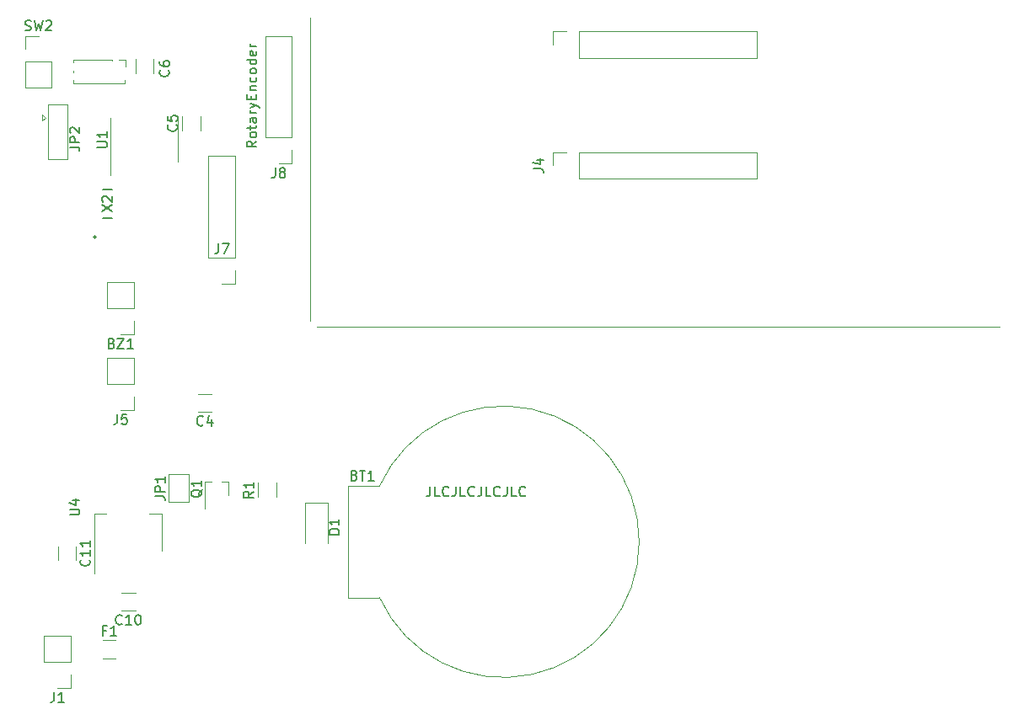
<source format=gbr>
%TF.GenerationSoftware,KiCad,Pcbnew,7.0.8-7.0.8~ubuntu20.04.1*%
%TF.CreationDate,2023-10-10T13:21:00+02:00*%
%TF.ProjectId,alarmclock,616c6172-6d63-46c6-9f63-6b2e6b696361,rev?*%
%TF.SameCoordinates,Original*%
%TF.FileFunction,Legend,Top*%
%TF.FilePolarity,Positive*%
%FSLAX46Y46*%
G04 Gerber Fmt 4.6, Leading zero omitted, Abs format (unit mm)*
G04 Created by KiCad (PCBNEW 7.0.8-7.0.8~ubuntu20.04.1) date 2023-10-10 13:21:00*
%MOMM*%
%LPD*%
G01*
G04 APERTURE LIST*
%ADD10C,0.150000*%
%ADD11C,0.120000*%
%ADD12C,0.152400*%
G04 APERTURE END LIST*
D10*
X99682493Y-127139819D02*
X99682493Y-127854104D01*
X99682493Y-127854104D02*
X99634874Y-127996961D01*
X99634874Y-127996961D02*
X99539636Y-128092200D01*
X99539636Y-128092200D02*
X99396779Y-128139819D01*
X99396779Y-128139819D02*
X99301541Y-128139819D01*
X100634874Y-128139819D02*
X100158684Y-128139819D01*
X100158684Y-128139819D02*
X100158684Y-127139819D01*
X101539636Y-128044580D02*
X101492017Y-128092200D01*
X101492017Y-128092200D02*
X101349160Y-128139819D01*
X101349160Y-128139819D02*
X101253922Y-128139819D01*
X101253922Y-128139819D02*
X101111065Y-128092200D01*
X101111065Y-128092200D02*
X101015827Y-127996961D01*
X101015827Y-127996961D02*
X100968208Y-127901723D01*
X100968208Y-127901723D02*
X100920589Y-127711247D01*
X100920589Y-127711247D02*
X100920589Y-127568390D01*
X100920589Y-127568390D02*
X100968208Y-127377914D01*
X100968208Y-127377914D02*
X101015827Y-127282676D01*
X101015827Y-127282676D02*
X101111065Y-127187438D01*
X101111065Y-127187438D02*
X101253922Y-127139819D01*
X101253922Y-127139819D02*
X101349160Y-127139819D01*
X101349160Y-127139819D02*
X101492017Y-127187438D01*
X101492017Y-127187438D02*
X101539636Y-127235057D01*
X102253922Y-127139819D02*
X102253922Y-127854104D01*
X102253922Y-127854104D02*
X102206303Y-127996961D01*
X102206303Y-127996961D02*
X102111065Y-128092200D01*
X102111065Y-128092200D02*
X101968208Y-128139819D01*
X101968208Y-128139819D02*
X101872970Y-128139819D01*
X103206303Y-128139819D02*
X102730113Y-128139819D01*
X102730113Y-128139819D02*
X102730113Y-127139819D01*
X104111065Y-128044580D02*
X104063446Y-128092200D01*
X104063446Y-128092200D02*
X103920589Y-128139819D01*
X103920589Y-128139819D02*
X103825351Y-128139819D01*
X103825351Y-128139819D02*
X103682494Y-128092200D01*
X103682494Y-128092200D02*
X103587256Y-127996961D01*
X103587256Y-127996961D02*
X103539637Y-127901723D01*
X103539637Y-127901723D02*
X103492018Y-127711247D01*
X103492018Y-127711247D02*
X103492018Y-127568390D01*
X103492018Y-127568390D02*
X103539637Y-127377914D01*
X103539637Y-127377914D02*
X103587256Y-127282676D01*
X103587256Y-127282676D02*
X103682494Y-127187438D01*
X103682494Y-127187438D02*
X103825351Y-127139819D01*
X103825351Y-127139819D02*
X103920589Y-127139819D01*
X103920589Y-127139819D02*
X104063446Y-127187438D01*
X104063446Y-127187438D02*
X104111065Y-127235057D01*
X104825351Y-127139819D02*
X104825351Y-127854104D01*
X104825351Y-127854104D02*
X104777732Y-127996961D01*
X104777732Y-127996961D02*
X104682494Y-128092200D01*
X104682494Y-128092200D02*
X104539637Y-128139819D01*
X104539637Y-128139819D02*
X104444399Y-128139819D01*
X105777732Y-128139819D02*
X105301542Y-128139819D01*
X105301542Y-128139819D02*
X105301542Y-127139819D01*
X106682494Y-128044580D02*
X106634875Y-128092200D01*
X106634875Y-128092200D02*
X106492018Y-128139819D01*
X106492018Y-128139819D02*
X106396780Y-128139819D01*
X106396780Y-128139819D02*
X106253923Y-128092200D01*
X106253923Y-128092200D02*
X106158685Y-127996961D01*
X106158685Y-127996961D02*
X106111066Y-127901723D01*
X106111066Y-127901723D02*
X106063447Y-127711247D01*
X106063447Y-127711247D02*
X106063447Y-127568390D01*
X106063447Y-127568390D02*
X106111066Y-127377914D01*
X106111066Y-127377914D02*
X106158685Y-127282676D01*
X106158685Y-127282676D02*
X106253923Y-127187438D01*
X106253923Y-127187438D02*
X106396780Y-127139819D01*
X106396780Y-127139819D02*
X106492018Y-127139819D01*
X106492018Y-127139819D02*
X106634875Y-127187438D01*
X106634875Y-127187438D02*
X106682494Y-127235057D01*
X107396780Y-127139819D02*
X107396780Y-127854104D01*
X107396780Y-127854104D02*
X107349161Y-127996961D01*
X107349161Y-127996961D02*
X107253923Y-128092200D01*
X107253923Y-128092200D02*
X107111066Y-128139819D01*
X107111066Y-128139819D02*
X107015828Y-128139819D01*
X108349161Y-128139819D02*
X107872971Y-128139819D01*
X107872971Y-128139819D02*
X107872971Y-127139819D01*
X109253923Y-128044580D02*
X109206304Y-128092200D01*
X109206304Y-128092200D02*
X109063447Y-128139819D01*
X109063447Y-128139819D02*
X108968209Y-128139819D01*
X108968209Y-128139819D02*
X108825352Y-128092200D01*
X108825352Y-128092200D02*
X108730114Y-127996961D01*
X108730114Y-127996961D02*
X108682495Y-127901723D01*
X108682495Y-127901723D02*
X108634876Y-127711247D01*
X108634876Y-127711247D02*
X108634876Y-127568390D01*
X108634876Y-127568390D02*
X108682495Y-127377914D01*
X108682495Y-127377914D02*
X108730114Y-127282676D01*
X108730114Y-127282676D02*
X108825352Y-127187438D01*
X108825352Y-127187438D02*
X108968209Y-127139819D01*
X108968209Y-127139819D02*
X109063447Y-127139819D01*
X109063447Y-127139819D02*
X109206304Y-127187438D01*
X109206304Y-127187438D02*
X109253923Y-127235057D01*
D11*
X87630000Y-110490000D02*
X87630000Y-80010000D01*
X156845000Y-111125000D02*
X88265000Y-111125000D01*
D10*
X66734819Y-99524522D02*
X67734819Y-98857856D01*
X66734819Y-98857856D02*
X67734819Y-99524522D01*
X66830057Y-98524522D02*
X66782438Y-98476903D01*
X66782438Y-98476903D02*
X66734819Y-98381665D01*
X66734819Y-98381665D02*
X66734819Y-98143570D01*
X66734819Y-98143570D02*
X66782438Y-98048332D01*
X66782438Y-98048332D02*
X66830057Y-98000713D01*
X66830057Y-98000713D02*
X66925295Y-97953094D01*
X66925295Y-97953094D02*
X67020533Y-97953094D01*
X67020533Y-97953094D02*
X67163390Y-98000713D01*
X67163390Y-98000713D02*
X67734819Y-98572141D01*
X67734819Y-98572141D02*
X67734819Y-97953094D01*
X74201580Y-90795666D02*
X74249200Y-90843285D01*
X74249200Y-90843285D02*
X74296819Y-90986142D01*
X74296819Y-90986142D02*
X74296819Y-91081380D01*
X74296819Y-91081380D02*
X74249200Y-91224237D01*
X74249200Y-91224237D02*
X74153961Y-91319475D01*
X74153961Y-91319475D02*
X74058723Y-91367094D01*
X74058723Y-91367094D02*
X73868247Y-91414713D01*
X73868247Y-91414713D02*
X73725390Y-91414713D01*
X73725390Y-91414713D02*
X73534914Y-91367094D01*
X73534914Y-91367094D02*
X73439676Y-91319475D01*
X73439676Y-91319475D02*
X73344438Y-91224237D01*
X73344438Y-91224237D02*
X73296819Y-91081380D01*
X73296819Y-91081380D02*
X73296819Y-90986142D01*
X73296819Y-90986142D02*
X73344438Y-90843285D01*
X73344438Y-90843285D02*
X73392057Y-90795666D01*
X73296819Y-89890904D02*
X73296819Y-90367094D01*
X73296819Y-90367094D02*
X73773009Y-90414713D01*
X73773009Y-90414713D02*
X73725390Y-90367094D01*
X73725390Y-90367094D02*
X73677771Y-90271856D01*
X73677771Y-90271856D02*
X73677771Y-90033761D01*
X73677771Y-90033761D02*
X73725390Y-89938523D01*
X73725390Y-89938523D02*
X73773009Y-89890904D01*
X73773009Y-89890904D02*
X73868247Y-89843285D01*
X73868247Y-89843285D02*
X74106342Y-89843285D01*
X74106342Y-89843285D02*
X74201580Y-89890904D01*
X74201580Y-89890904D02*
X74249200Y-89938523D01*
X74249200Y-89938523D02*
X74296819Y-90033761D01*
X74296819Y-90033761D02*
X74296819Y-90271856D01*
X74296819Y-90271856D02*
X74249200Y-90367094D01*
X74249200Y-90367094D02*
X74201580Y-90414713D01*
X92070199Y-126026009D02*
X92213056Y-126073628D01*
X92213056Y-126073628D02*
X92260675Y-126121247D01*
X92260675Y-126121247D02*
X92308294Y-126216485D01*
X92308294Y-126216485D02*
X92308294Y-126359342D01*
X92308294Y-126359342D02*
X92260675Y-126454580D01*
X92260675Y-126454580D02*
X92213056Y-126502200D01*
X92213056Y-126502200D02*
X92117818Y-126549819D01*
X92117818Y-126549819D02*
X91736866Y-126549819D01*
X91736866Y-126549819D02*
X91736866Y-125549819D01*
X91736866Y-125549819D02*
X92070199Y-125549819D01*
X92070199Y-125549819D02*
X92165437Y-125597438D01*
X92165437Y-125597438D02*
X92213056Y-125645057D01*
X92213056Y-125645057D02*
X92260675Y-125740295D01*
X92260675Y-125740295D02*
X92260675Y-125835533D01*
X92260675Y-125835533D02*
X92213056Y-125930771D01*
X92213056Y-125930771D02*
X92165437Y-125978390D01*
X92165437Y-125978390D02*
X92070199Y-126026009D01*
X92070199Y-126026009D02*
X91736866Y-126026009D01*
X92594009Y-125549819D02*
X93165437Y-125549819D01*
X92879723Y-126549819D02*
X92879723Y-125549819D01*
X94022580Y-126549819D02*
X93451152Y-126549819D01*
X93736866Y-126549819D02*
X93736866Y-125549819D01*
X93736866Y-125549819D02*
X93641628Y-125692676D01*
X93641628Y-125692676D02*
X93546390Y-125787914D01*
X93546390Y-125787914D02*
X93451152Y-125835533D01*
X110034819Y-95213333D02*
X110749104Y-95213333D01*
X110749104Y-95213333D02*
X110891961Y-95260952D01*
X110891961Y-95260952D02*
X110987200Y-95356190D01*
X110987200Y-95356190D02*
X111034819Y-95499047D01*
X111034819Y-95499047D02*
X111034819Y-95594285D01*
X110368152Y-94308571D02*
X111034819Y-94308571D01*
X109987200Y-94546666D02*
X110701485Y-94784761D01*
X110701485Y-94784761D02*
X110701485Y-94165714D01*
X65419580Y-134512857D02*
X65467200Y-134560476D01*
X65467200Y-134560476D02*
X65514819Y-134703333D01*
X65514819Y-134703333D02*
X65514819Y-134798571D01*
X65514819Y-134798571D02*
X65467200Y-134941428D01*
X65467200Y-134941428D02*
X65371961Y-135036666D01*
X65371961Y-135036666D02*
X65276723Y-135084285D01*
X65276723Y-135084285D02*
X65086247Y-135131904D01*
X65086247Y-135131904D02*
X64943390Y-135131904D01*
X64943390Y-135131904D02*
X64752914Y-135084285D01*
X64752914Y-135084285D02*
X64657676Y-135036666D01*
X64657676Y-135036666D02*
X64562438Y-134941428D01*
X64562438Y-134941428D02*
X64514819Y-134798571D01*
X64514819Y-134798571D02*
X64514819Y-134703333D01*
X64514819Y-134703333D02*
X64562438Y-134560476D01*
X64562438Y-134560476D02*
X64610057Y-134512857D01*
X65514819Y-133560476D02*
X65514819Y-134131904D01*
X65514819Y-133846190D02*
X64514819Y-133846190D01*
X64514819Y-133846190D02*
X64657676Y-133941428D01*
X64657676Y-133941428D02*
X64752914Y-134036666D01*
X64752914Y-134036666D02*
X64800533Y-134131904D01*
X65514819Y-132608095D02*
X65514819Y-133179523D01*
X65514819Y-132893809D02*
X64514819Y-132893809D01*
X64514819Y-132893809D02*
X64657676Y-132989047D01*
X64657676Y-132989047D02*
X64752914Y-133084285D01*
X64752914Y-133084285D02*
X64800533Y-133179523D01*
X67699047Y-112751009D02*
X67841904Y-112798628D01*
X67841904Y-112798628D02*
X67889523Y-112846247D01*
X67889523Y-112846247D02*
X67937142Y-112941485D01*
X67937142Y-112941485D02*
X67937142Y-113084342D01*
X67937142Y-113084342D02*
X67889523Y-113179580D01*
X67889523Y-113179580D02*
X67841904Y-113227200D01*
X67841904Y-113227200D02*
X67746666Y-113274819D01*
X67746666Y-113274819D02*
X67365714Y-113274819D01*
X67365714Y-113274819D02*
X67365714Y-112274819D01*
X67365714Y-112274819D02*
X67699047Y-112274819D01*
X67699047Y-112274819D02*
X67794285Y-112322438D01*
X67794285Y-112322438D02*
X67841904Y-112370057D01*
X67841904Y-112370057D02*
X67889523Y-112465295D01*
X67889523Y-112465295D02*
X67889523Y-112560533D01*
X67889523Y-112560533D02*
X67841904Y-112655771D01*
X67841904Y-112655771D02*
X67794285Y-112703390D01*
X67794285Y-112703390D02*
X67699047Y-112751009D01*
X67699047Y-112751009D02*
X67365714Y-112751009D01*
X68270476Y-112274819D02*
X68937142Y-112274819D01*
X68937142Y-112274819D02*
X68270476Y-113274819D01*
X68270476Y-113274819D02*
X68937142Y-113274819D01*
X69841904Y-113274819D02*
X69270476Y-113274819D01*
X69556190Y-113274819D02*
X69556190Y-112274819D01*
X69556190Y-112274819D02*
X69460952Y-112417676D01*
X69460952Y-112417676D02*
X69365714Y-112512914D01*
X69365714Y-112512914D02*
X69270476Y-112560533D01*
X78406666Y-102737319D02*
X78406666Y-103451604D01*
X78406666Y-103451604D02*
X78359047Y-103594461D01*
X78359047Y-103594461D02*
X78263809Y-103689700D01*
X78263809Y-103689700D02*
X78120952Y-103737319D01*
X78120952Y-103737319D02*
X78025714Y-103737319D01*
X78787619Y-102737319D02*
X79454285Y-102737319D01*
X79454285Y-102737319D02*
X79025714Y-103737319D01*
X84121666Y-95129819D02*
X84121666Y-95844104D01*
X84121666Y-95844104D02*
X84074047Y-95986961D01*
X84074047Y-95986961D02*
X83978809Y-96082200D01*
X83978809Y-96082200D02*
X83835952Y-96129819D01*
X83835952Y-96129819D02*
X83740714Y-96129819D01*
X84740714Y-95558390D02*
X84645476Y-95510771D01*
X84645476Y-95510771D02*
X84597857Y-95463152D01*
X84597857Y-95463152D02*
X84550238Y-95367914D01*
X84550238Y-95367914D02*
X84550238Y-95320295D01*
X84550238Y-95320295D02*
X84597857Y-95225057D01*
X84597857Y-95225057D02*
X84645476Y-95177438D01*
X84645476Y-95177438D02*
X84740714Y-95129819D01*
X84740714Y-95129819D02*
X84931190Y-95129819D01*
X84931190Y-95129819D02*
X85026428Y-95177438D01*
X85026428Y-95177438D02*
X85074047Y-95225057D01*
X85074047Y-95225057D02*
X85121666Y-95320295D01*
X85121666Y-95320295D02*
X85121666Y-95367914D01*
X85121666Y-95367914D02*
X85074047Y-95463152D01*
X85074047Y-95463152D02*
X85026428Y-95510771D01*
X85026428Y-95510771D02*
X84931190Y-95558390D01*
X84931190Y-95558390D02*
X84740714Y-95558390D01*
X84740714Y-95558390D02*
X84645476Y-95606009D01*
X84645476Y-95606009D02*
X84597857Y-95653628D01*
X84597857Y-95653628D02*
X84550238Y-95748866D01*
X84550238Y-95748866D02*
X84550238Y-95939342D01*
X84550238Y-95939342D02*
X84597857Y-96034580D01*
X84597857Y-96034580D02*
X84645476Y-96082200D01*
X84645476Y-96082200D02*
X84740714Y-96129819D01*
X84740714Y-96129819D02*
X84931190Y-96129819D01*
X84931190Y-96129819D02*
X85026428Y-96082200D01*
X85026428Y-96082200D02*
X85074047Y-96034580D01*
X85074047Y-96034580D02*
X85121666Y-95939342D01*
X85121666Y-95939342D02*
X85121666Y-95748866D01*
X85121666Y-95748866D02*
X85074047Y-95653628D01*
X85074047Y-95653628D02*
X85026428Y-95606009D01*
X85026428Y-95606009D02*
X84931190Y-95558390D01*
X82242819Y-92431620D02*
X81766628Y-92764953D01*
X82242819Y-93003048D02*
X81242819Y-93003048D01*
X81242819Y-93003048D02*
X81242819Y-92622096D01*
X81242819Y-92622096D02*
X81290438Y-92526858D01*
X81290438Y-92526858D02*
X81338057Y-92479239D01*
X81338057Y-92479239D02*
X81433295Y-92431620D01*
X81433295Y-92431620D02*
X81576152Y-92431620D01*
X81576152Y-92431620D02*
X81671390Y-92479239D01*
X81671390Y-92479239D02*
X81719009Y-92526858D01*
X81719009Y-92526858D02*
X81766628Y-92622096D01*
X81766628Y-92622096D02*
X81766628Y-93003048D01*
X82242819Y-91860191D02*
X82195200Y-91955429D01*
X82195200Y-91955429D02*
X82147580Y-92003048D01*
X82147580Y-92003048D02*
X82052342Y-92050667D01*
X82052342Y-92050667D02*
X81766628Y-92050667D01*
X81766628Y-92050667D02*
X81671390Y-92003048D01*
X81671390Y-92003048D02*
X81623771Y-91955429D01*
X81623771Y-91955429D02*
X81576152Y-91860191D01*
X81576152Y-91860191D02*
X81576152Y-91717334D01*
X81576152Y-91717334D02*
X81623771Y-91622096D01*
X81623771Y-91622096D02*
X81671390Y-91574477D01*
X81671390Y-91574477D02*
X81766628Y-91526858D01*
X81766628Y-91526858D02*
X82052342Y-91526858D01*
X82052342Y-91526858D02*
X82147580Y-91574477D01*
X82147580Y-91574477D02*
X82195200Y-91622096D01*
X82195200Y-91622096D02*
X82242819Y-91717334D01*
X82242819Y-91717334D02*
X82242819Y-91860191D01*
X81576152Y-91241143D02*
X81576152Y-90860191D01*
X81242819Y-91098286D02*
X82099961Y-91098286D01*
X82099961Y-91098286D02*
X82195200Y-91050667D01*
X82195200Y-91050667D02*
X82242819Y-90955429D01*
X82242819Y-90955429D02*
X82242819Y-90860191D01*
X82242819Y-90098286D02*
X81719009Y-90098286D01*
X81719009Y-90098286D02*
X81623771Y-90145905D01*
X81623771Y-90145905D02*
X81576152Y-90241143D01*
X81576152Y-90241143D02*
X81576152Y-90431619D01*
X81576152Y-90431619D02*
X81623771Y-90526857D01*
X82195200Y-90098286D02*
X82242819Y-90193524D01*
X82242819Y-90193524D02*
X82242819Y-90431619D01*
X82242819Y-90431619D02*
X82195200Y-90526857D01*
X82195200Y-90526857D02*
X82099961Y-90574476D01*
X82099961Y-90574476D02*
X82004723Y-90574476D01*
X82004723Y-90574476D02*
X81909485Y-90526857D01*
X81909485Y-90526857D02*
X81861866Y-90431619D01*
X81861866Y-90431619D02*
X81861866Y-90193524D01*
X81861866Y-90193524D02*
X81814247Y-90098286D01*
X82242819Y-89622095D02*
X81576152Y-89622095D01*
X81766628Y-89622095D02*
X81671390Y-89574476D01*
X81671390Y-89574476D02*
X81623771Y-89526857D01*
X81623771Y-89526857D02*
X81576152Y-89431619D01*
X81576152Y-89431619D02*
X81576152Y-89336381D01*
X81576152Y-89098285D02*
X82242819Y-88860190D01*
X81576152Y-88622095D02*
X82242819Y-88860190D01*
X82242819Y-88860190D02*
X82480914Y-88955428D01*
X82480914Y-88955428D02*
X82528533Y-89003047D01*
X82528533Y-89003047D02*
X82576152Y-89098285D01*
X81719009Y-88241142D02*
X81719009Y-87907809D01*
X82242819Y-87764952D02*
X82242819Y-88241142D01*
X82242819Y-88241142D02*
X81242819Y-88241142D01*
X81242819Y-88241142D02*
X81242819Y-87764952D01*
X81576152Y-87336380D02*
X82242819Y-87336380D01*
X81671390Y-87336380D02*
X81623771Y-87288761D01*
X81623771Y-87288761D02*
X81576152Y-87193523D01*
X81576152Y-87193523D02*
X81576152Y-87050666D01*
X81576152Y-87050666D02*
X81623771Y-86955428D01*
X81623771Y-86955428D02*
X81719009Y-86907809D01*
X81719009Y-86907809D02*
X82242819Y-86907809D01*
X82195200Y-86003047D02*
X82242819Y-86098285D01*
X82242819Y-86098285D02*
X82242819Y-86288761D01*
X82242819Y-86288761D02*
X82195200Y-86383999D01*
X82195200Y-86383999D02*
X82147580Y-86431618D01*
X82147580Y-86431618D02*
X82052342Y-86479237D01*
X82052342Y-86479237D02*
X81766628Y-86479237D01*
X81766628Y-86479237D02*
X81671390Y-86431618D01*
X81671390Y-86431618D02*
X81623771Y-86383999D01*
X81623771Y-86383999D02*
X81576152Y-86288761D01*
X81576152Y-86288761D02*
X81576152Y-86098285D01*
X81576152Y-86098285D02*
X81623771Y-86003047D01*
X82242819Y-85431618D02*
X82195200Y-85526856D01*
X82195200Y-85526856D02*
X82147580Y-85574475D01*
X82147580Y-85574475D02*
X82052342Y-85622094D01*
X82052342Y-85622094D02*
X81766628Y-85622094D01*
X81766628Y-85622094D02*
X81671390Y-85574475D01*
X81671390Y-85574475D02*
X81623771Y-85526856D01*
X81623771Y-85526856D02*
X81576152Y-85431618D01*
X81576152Y-85431618D02*
X81576152Y-85288761D01*
X81576152Y-85288761D02*
X81623771Y-85193523D01*
X81623771Y-85193523D02*
X81671390Y-85145904D01*
X81671390Y-85145904D02*
X81766628Y-85098285D01*
X81766628Y-85098285D02*
X82052342Y-85098285D01*
X82052342Y-85098285D02*
X82147580Y-85145904D01*
X82147580Y-85145904D02*
X82195200Y-85193523D01*
X82195200Y-85193523D02*
X82242819Y-85288761D01*
X82242819Y-85288761D02*
X82242819Y-85431618D01*
X82242819Y-84241142D02*
X81242819Y-84241142D01*
X82195200Y-84241142D02*
X82242819Y-84336380D01*
X82242819Y-84336380D02*
X82242819Y-84526856D01*
X82242819Y-84526856D02*
X82195200Y-84622094D01*
X82195200Y-84622094D02*
X82147580Y-84669713D01*
X82147580Y-84669713D02*
X82052342Y-84717332D01*
X82052342Y-84717332D02*
X81766628Y-84717332D01*
X81766628Y-84717332D02*
X81671390Y-84669713D01*
X81671390Y-84669713D02*
X81623771Y-84622094D01*
X81623771Y-84622094D02*
X81576152Y-84526856D01*
X81576152Y-84526856D02*
X81576152Y-84336380D01*
X81576152Y-84336380D02*
X81623771Y-84241142D01*
X82195200Y-83383999D02*
X82242819Y-83479237D01*
X82242819Y-83479237D02*
X82242819Y-83669713D01*
X82242819Y-83669713D02*
X82195200Y-83764951D01*
X82195200Y-83764951D02*
X82099961Y-83812570D01*
X82099961Y-83812570D02*
X81719009Y-83812570D01*
X81719009Y-83812570D02*
X81623771Y-83764951D01*
X81623771Y-83764951D02*
X81576152Y-83669713D01*
X81576152Y-83669713D02*
X81576152Y-83479237D01*
X81576152Y-83479237D02*
X81623771Y-83383999D01*
X81623771Y-83383999D02*
X81719009Y-83336380D01*
X81719009Y-83336380D02*
X81814247Y-83336380D01*
X81814247Y-83336380D02*
X81909485Y-83812570D01*
X82242819Y-82907808D02*
X81576152Y-82907808D01*
X81766628Y-82907808D02*
X81671390Y-82860189D01*
X81671390Y-82860189D02*
X81623771Y-82812570D01*
X81623771Y-82812570D02*
X81576152Y-82717332D01*
X81576152Y-82717332D02*
X81576152Y-82622094D01*
X72054819Y-128148333D02*
X72769104Y-128148333D01*
X72769104Y-128148333D02*
X72911961Y-128195952D01*
X72911961Y-128195952D02*
X73007200Y-128291190D01*
X73007200Y-128291190D02*
X73054819Y-128434047D01*
X73054819Y-128434047D02*
X73054819Y-128529285D01*
X73054819Y-127672142D02*
X72054819Y-127672142D01*
X72054819Y-127672142D02*
X72054819Y-127291190D01*
X72054819Y-127291190D02*
X72102438Y-127195952D01*
X72102438Y-127195952D02*
X72150057Y-127148333D01*
X72150057Y-127148333D02*
X72245295Y-127100714D01*
X72245295Y-127100714D02*
X72388152Y-127100714D01*
X72388152Y-127100714D02*
X72483390Y-127148333D01*
X72483390Y-127148333D02*
X72531009Y-127195952D01*
X72531009Y-127195952D02*
X72578628Y-127291190D01*
X72578628Y-127291190D02*
X72578628Y-127672142D01*
X73054819Y-126148333D02*
X73054819Y-126719761D01*
X73054819Y-126434047D02*
X72054819Y-126434047D01*
X72054819Y-126434047D02*
X72197676Y-126529285D01*
X72197676Y-126529285D02*
X72292914Y-126624523D01*
X72292914Y-126624523D02*
X72340533Y-126719761D01*
X76760057Y-127470238D02*
X76712438Y-127565476D01*
X76712438Y-127565476D02*
X76617200Y-127660714D01*
X76617200Y-127660714D02*
X76474342Y-127803571D01*
X76474342Y-127803571D02*
X76426723Y-127898809D01*
X76426723Y-127898809D02*
X76426723Y-127994047D01*
X76664819Y-127946428D02*
X76617200Y-128041666D01*
X76617200Y-128041666D02*
X76521961Y-128136904D01*
X76521961Y-128136904D02*
X76331485Y-128184523D01*
X76331485Y-128184523D02*
X75998152Y-128184523D01*
X75998152Y-128184523D02*
X75807676Y-128136904D01*
X75807676Y-128136904D02*
X75712438Y-128041666D01*
X75712438Y-128041666D02*
X75664819Y-127946428D01*
X75664819Y-127946428D02*
X75664819Y-127755952D01*
X75664819Y-127755952D02*
X75712438Y-127660714D01*
X75712438Y-127660714D02*
X75807676Y-127565476D01*
X75807676Y-127565476D02*
X75998152Y-127517857D01*
X75998152Y-127517857D02*
X76331485Y-127517857D01*
X76331485Y-127517857D02*
X76521961Y-127565476D01*
X76521961Y-127565476D02*
X76617200Y-127660714D01*
X76617200Y-127660714D02*
X76664819Y-127755952D01*
X76664819Y-127755952D02*
X76664819Y-127946428D01*
X76664819Y-126565476D02*
X76664819Y-127136904D01*
X76664819Y-126851190D02*
X75664819Y-126851190D01*
X75664819Y-126851190D02*
X75807676Y-126946428D01*
X75807676Y-126946428D02*
X75902914Y-127041666D01*
X75902914Y-127041666D02*
X75950533Y-127136904D01*
X61896666Y-147834819D02*
X61896666Y-148549104D01*
X61896666Y-148549104D02*
X61849047Y-148691961D01*
X61849047Y-148691961D02*
X61753809Y-148787200D01*
X61753809Y-148787200D02*
X61610952Y-148834819D01*
X61610952Y-148834819D02*
X61515714Y-148834819D01*
X62896666Y-148834819D02*
X62325238Y-148834819D01*
X62610952Y-148834819D02*
X62610952Y-147834819D01*
X62610952Y-147834819D02*
X62515714Y-147977676D01*
X62515714Y-147977676D02*
X62420476Y-148072914D01*
X62420476Y-148072914D02*
X62325238Y-148120533D01*
X63459819Y-93043333D02*
X64174104Y-93043333D01*
X64174104Y-93043333D02*
X64316961Y-93090952D01*
X64316961Y-93090952D02*
X64412200Y-93186190D01*
X64412200Y-93186190D02*
X64459819Y-93329047D01*
X64459819Y-93329047D02*
X64459819Y-93424285D01*
X64459819Y-92567142D02*
X63459819Y-92567142D01*
X63459819Y-92567142D02*
X63459819Y-92186190D01*
X63459819Y-92186190D02*
X63507438Y-92090952D01*
X63507438Y-92090952D02*
X63555057Y-92043333D01*
X63555057Y-92043333D02*
X63650295Y-91995714D01*
X63650295Y-91995714D02*
X63793152Y-91995714D01*
X63793152Y-91995714D02*
X63888390Y-92043333D01*
X63888390Y-92043333D02*
X63936009Y-92090952D01*
X63936009Y-92090952D02*
X63983628Y-92186190D01*
X63983628Y-92186190D02*
X63983628Y-92567142D01*
X63555057Y-91614761D02*
X63507438Y-91567142D01*
X63507438Y-91567142D02*
X63459819Y-91471904D01*
X63459819Y-91471904D02*
X63459819Y-91233809D01*
X63459819Y-91233809D02*
X63507438Y-91138571D01*
X63507438Y-91138571D02*
X63555057Y-91090952D01*
X63555057Y-91090952D02*
X63650295Y-91043333D01*
X63650295Y-91043333D02*
X63745533Y-91043333D01*
X63745533Y-91043333D02*
X63888390Y-91090952D01*
X63888390Y-91090952D02*
X64459819Y-91662380D01*
X64459819Y-91662380D02*
X64459819Y-91043333D01*
X73384580Y-85301666D02*
X73432200Y-85349285D01*
X73432200Y-85349285D02*
X73479819Y-85492142D01*
X73479819Y-85492142D02*
X73479819Y-85587380D01*
X73479819Y-85587380D02*
X73432200Y-85730237D01*
X73432200Y-85730237D02*
X73336961Y-85825475D01*
X73336961Y-85825475D02*
X73241723Y-85873094D01*
X73241723Y-85873094D02*
X73051247Y-85920713D01*
X73051247Y-85920713D02*
X72908390Y-85920713D01*
X72908390Y-85920713D02*
X72717914Y-85873094D01*
X72717914Y-85873094D02*
X72622676Y-85825475D01*
X72622676Y-85825475D02*
X72527438Y-85730237D01*
X72527438Y-85730237D02*
X72479819Y-85587380D01*
X72479819Y-85587380D02*
X72479819Y-85492142D01*
X72479819Y-85492142D02*
X72527438Y-85349285D01*
X72527438Y-85349285D02*
X72575057Y-85301666D01*
X72479819Y-84444523D02*
X72479819Y-84634999D01*
X72479819Y-84634999D02*
X72527438Y-84730237D01*
X72527438Y-84730237D02*
X72575057Y-84777856D01*
X72575057Y-84777856D02*
X72717914Y-84873094D01*
X72717914Y-84873094D02*
X72908390Y-84920713D01*
X72908390Y-84920713D02*
X73289342Y-84920713D01*
X73289342Y-84920713D02*
X73384580Y-84873094D01*
X73384580Y-84873094D02*
X73432200Y-84825475D01*
X73432200Y-84825475D02*
X73479819Y-84730237D01*
X73479819Y-84730237D02*
X73479819Y-84539761D01*
X73479819Y-84539761D02*
X73432200Y-84444523D01*
X73432200Y-84444523D02*
X73384580Y-84396904D01*
X73384580Y-84396904D02*
X73289342Y-84349285D01*
X73289342Y-84349285D02*
X73051247Y-84349285D01*
X73051247Y-84349285D02*
X72956009Y-84396904D01*
X72956009Y-84396904D02*
X72908390Y-84444523D01*
X72908390Y-84444523D02*
X72860771Y-84539761D01*
X72860771Y-84539761D02*
X72860771Y-84730237D01*
X72860771Y-84730237D02*
X72908390Y-84825475D01*
X72908390Y-84825475D02*
X72956009Y-84873094D01*
X72956009Y-84873094D02*
X73051247Y-84920713D01*
X63454819Y-130006904D02*
X64264342Y-130006904D01*
X64264342Y-130006904D02*
X64359580Y-129959285D01*
X64359580Y-129959285D02*
X64407200Y-129911666D01*
X64407200Y-129911666D02*
X64454819Y-129816428D01*
X64454819Y-129816428D02*
X64454819Y-129625952D01*
X64454819Y-129625952D02*
X64407200Y-129530714D01*
X64407200Y-129530714D02*
X64359580Y-129483095D01*
X64359580Y-129483095D02*
X64264342Y-129435476D01*
X64264342Y-129435476D02*
X63454819Y-129435476D01*
X63788152Y-128530714D02*
X64454819Y-128530714D01*
X63407200Y-128768809D02*
X64121485Y-129006904D01*
X64121485Y-129006904D02*
X64121485Y-128387857D01*
X76873333Y-120954580D02*
X76825714Y-121002200D01*
X76825714Y-121002200D02*
X76682857Y-121049819D01*
X76682857Y-121049819D02*
X76587619Y-121049819D01*
X76587619Y-121049819D02*
X76444762Y-121002200D01*
X76444762Y-121002200D02*
X76349524Y-120906961D01*
X76349524Y-120906961D02*
X76301905Y-120811723D01*
X76301905Y-120811723D02*
X76254286Y-120621247D01*
X76254286Y-120621247D02*
X76254286Y-120478390D01*
X76254286Y-120478390D02*
X76301905Y-120287914D01*
X76301905Y-120287914D02*
X76349524Y-120192676D01*
X76349524Y-120192676D02*
X76444762Y-120097438D01*
X76444762Y-120097438D02*
X76587619Y-120049819D01*
X76587619Y-120049819D02*
X76682857Y-120049819D01*
X76682857Y-120049819D02*
X76825714Y-120097438D01*
X76825714Y-120097438D02*
X76873333Y-120145057D01*
X77730476Y-120383152D02*
X77730476Y-121049819D01*
X77492381Y-120002200D02*
X77254286Y-120716485D01*
X77254286Y-120716485D02*
X77873333Y-120716485D01*
X68246666Y-119894819D02*
X68246666Y-120609104D01*
X68246666Y-120609104D02*
X68199047Y-120751961D01*
X68199047Y-120751961D02*
X68103809Y-120847200D01*
X68103809Y-120847200D02*
X67960952Y-120894819D01*
X67960952Y-120894819D02*
X67865714Y-120894819D01*
X69199047Y-119894819D02*
X68722857Y-119894819D01*
X68722857Y-119894819D02*
X68675238Y-120371009D01*
X68675238Y-120371009D02*
X68722857Y-120323390D01*
X68722857Y-120323390D02*
X68818095Y-120275771D01*
X68818095Y-120275771D02*
X69056190Y-120275771D01*
X69056190Y-120275771D02*
X69151428Y-120323390D01*
X69151428Y-120323390D02*
X69199047Y-120371009D01*
X69199047Y-120371009D02*
X69246666Y-120466247D01*
X69246666Y-120466247D02*
X69246666Y-120704342D01*
X69246666Y-120704342D02*
X69199047Y-120799580D01*
X69199047Y-120799580D02*
X69151428Y-120847200D01*
X69151428Y-120847200D02*
X69056190Y-120894819D01*
X69056190Y-120894819D02*
X68818095Y-120894819D01*
X68818095Y-120894819D02*
X68722857Y-120847200D01*
X68722857Y-120847200D02*
X68675238Y-120799580D01*
X81924819Y-127674166D02*
X81448628Y-128007499D01*
X81924819Y-128245594D02*
X80924819Y-128245594D01*
X80924819Y-128245594D02*
X80924819Y-127864642D01*
X80924819Y-127864642D02*
X80972438Y-127769404D01*
X80972438Y-127769404D02*
X81020057Y-127721785D01*
X81020057Y-127721785D02*
X81115295Y-127674166D01*
X81115295Y-127674166D02*
X81258152Y-127674166D01*
X81258152Y-127674166D02*
X81353390Y-127721785D01*
X81353390Y-127721785D02*
X81401009Y-127769404D01*
X81401009Y-127769404D02*
X81448628Y-127864642D01*
X81448628Y-127864642D02*
X81448628Y-128245594D01*
X81924819Y-126721785D02*
X81924819Y-127293213D01*
X81924819Y-127007499D02*
X80924819Y-127007499D01*
X80924819Y-127007499D02*
X81067676Y-127102737D01*
X81067676Y-127102737D02*
X81162914Y-127197975D01*
X81162914Y-127197975D02*
X81210533Y-127293213D01*
X67106666Y-141621009D02*
X66773333Y-141621009D01*
X66773333Y-142144819D02*
X66773333Y-141144819D01*
X66773333Y-141144819D02*
X67249523Y-141144819D01*
X68154285Y-142144819D02*
X67582857Y-142144819D01*
X67868571Y-142144819D02*
X67868571Y-141144819D01*
X67868571Y-141144819D02*
X67773333Y-141287676D01*
X67773333Y-141287676D02*
X67678095Y-141382914D01*
X67678095Y-141382914D02*
X67582857Y-141430533D01*
X68712142Y-140954580D02*
X68664523Y-141002200D01*
X68664523Y-141002200D02*
X68521666Y-141049819D01*
X68521666Y-141049819D02*
X68426428Y-141049819D01*
X68426428Y-141049819D02*
X68283571Y-141002200D01*
X68283571Y-141002200D02*
X68188333Y-140906961D01*
X68188333Y-140906961D02*
X68140714Y-140811723D01*
X68140714Y-140811723D02*
X68093095Y-140621247D01*
X68093095Y-140621247D02*
X68093095Y-140478390D01*
X68093095Y-140478390D02*
X68140714Y-140287914D01*
X68140714Y-140287914D02*
X68188333Y-140192676D01*
X68188333Y-140192676D02*
X68283571Y-140097438D01*
X68283571Y-140097438D02*
X68426428Y-140049819D01*
X68426428Y-140049819D02*
X68521666Y-140049819D01*
X68521666Y-140049819D02*
X68664523Y-140097438D01*
X68664523Y-140097438D02*
X68712142Y-140145057D01*
X69664523Y-141049819D02*
X69093095Y-141049819D01*
X69378809Y-141049819D02*
X69378809Y-140049819D01*
X69378809Y-140049819D02*
X69283571Y-140192676D01*
X69283571Y-140192676D02*
X69188333Y-140287914D01*
X69188333Y-140287914D02*
X69093095Y-140335533D01*
X70283571Y-140049819D02*
X70378809Y-140049819D01*
X70378809Y-140049819D02*
X70474047Y-140097438D01*
X70474047Y-140097438D02*
X70521666Y-140145057D01*
X70521666Y-140145057D02*
X70569285Y-140240295D01*
X70569285Y-140240295D02*
X70616904Y-140430771D01*
X70616904Y-140430771D02*
X70616904Y-140668866D01*
X70616904Y-140668866D02*
X70569285Y-140859342D01*
X70569285Y-140859342D02*
X70521666Y-140954580D01*
X70521666Y-140954580D02*
X70474047Y-141002200D01*
X70474047Y-141002200D02*
X70378809Y-141049819D01*
X70378809Y-141049819D02*
X70283571Y-141049819D01*
X70283571Y-141049819D02*
X70188333Y-141002200D01*
X70188333Y-141002200D02*
X70140714Y-140954580D01*
X70140714Y-140954580D02*
X70093095Y-140859342D01*
X70093095Y-140859342D02*
X70045476Y-140668866D01*
X70045476Y-140668866D02*
X70045476Y-140430771D01*
X70045476Y-140430771D02*
X70093095Y-140240295D01*
X70093095Y-140240295D02*
X70140714Y-140145057D01*
X70140714Y-140145057D02*
X70188333Y-140097438D01*
X70188333Y-140097438D02*
X70283571Y-140049819D01*
X90539819Y-131965594D02*
X89539819Y-131965594D01*
X89539819Y-131965594D02*
X89539819Y-131727499D01*
X89539819Y-131727499D02*
X89587438Y-131584642D01*
X89587438Y-131584642D02*
X89682676Y-131489404D01*
X89682676Y-131489404D02*
X89777914Y-131441785D01*
X89777914Y-131441785D02*
X89968390Y-131394166D01*
X89968390Y-131394166D02*
X90111247Y-131394166D01*
X90111247Y-131394166D02*
X90301723Y-131441785D01*
X90301723Y-131441785D02*
X90396961Y-131489404D01*
X90396961Y-131489404D02*
X90492200Y-131584642D01*
X90492200Y-131584642D02*
X90539819Y-131727499D01*
X90539819Y-131727499D02*
X90539819Y-131965594D01*
X90539819Y-130441785D02*
X90539819Y-131013213D01*
X90539819Y-130727499D02*
X89539819Y-130727499D01*
X89539819Y-130727499D02*
X89682676Y-130822737D01*
X89682676Y-130822737D02*
X89777914Y-130917975D01*
X89777914Y-130917975D02*
X89825533Y-131013213D01*
X58991667Y-81257200D02*
X59134524Y-81304819D01*
X59134524Y-81304819D02*
X59372619Y-81304819D01*
X59372619Y-81304819D02*
X59467857Y-81257200D01*
X59467857Y-81257200D02*
X59515476Y-81209580D01*
X59515476Y-81209580D02*
X59563095Y-81114342D01*
X59563095Y-81114342D02*
X59563095Y-81019104D01*
X59563095Y-81019104D02*
X59515476Y-80923866D01*
X59515476Y-80923866D02*
X59467857Y-80876247D01*
X59467857Y-80876247D02*
X59372619Y-80828628D01*
X59372619Y-80828628D02*
X59182143Y-80781009D01*
X59182143Y-80781009D02*
X59086905Y-80733390D01*
X59086905Y-80733390D02*
X59039286Y-80685771D01*
X59039286Y-80685771D02*
X58991667Y-80590533D01*
X58991667Y-80590533D02*
X58991667Y-80495295D01*
X58991667Y-80495295D02*
X59039286Y-80400057D01*
X59039286Y-80400057D02*
X59086905Y-80352438D01*
X59086905Y-80352438D02*
X59182143Y-80304819D01*
X59182143Y-80304819D02*
X59420238Y-80304819D01*
X59420238Y-80304819D02*
X59563095Y-80352438D01*
X59896429Y-80304819D02*
X60134524Y-81304819D01*
X60134524Y-81304819D02*
X60325000Y-80590533D01*
X60325000Y-80590533D02*
X60515476Y-81304819D01*
X60515476Y-81304819D02*
X60753572Y-80304819D01*
X61086905Y-80400057D02*
X61134524Y-80352438D01*
X61134524Y-80352438D02*
X61229762Y-80304819D01*
X61229762Y-80304819D02*
X61467857Y-80304819D01*
X61467857Y-80304819D02*
X61563095Y-80352438D01*
X61563095Y-80352438D02*
X61610714Y-80400057D01*
X61610714Y-80400057D02*
X61658333Y-80495295D01*
X61658333Y-80495295D02*
X61658333Y-80590533D01*
X61658333Y-80590533D02*
X61610714Y-80733390D01*
X61610714Y-80733390D02*
X61039286Y-81304819D01*
X61039286Y-81304819D02*
X61658333Y-81304819D01*
X66224819Y-93046904D02*
X67034342Y-93046904D01*
X67034342Y-93046904D02*
X67129580Y-92999285D01*
X67129580Y-92999285D02*
X67177200Y-92951666D01*
X67177200Y-92951666D02*
X67224819Y-92856428D01*
X67224819Y-92856428D02*
X67224819Y-92665952D01*
X67224819Y-92665952D02*
X67177200Y-92570714D01*
X67177200Y-92570714D02*
X67129580Y-92523095D01*
X67129580Y-92523095D02*
X67034342Y-92475476D01*
X67034342Y-92475476D02*
X66224819Y-92475476D01*
X67224819Y-91475476D02*
X67224819Y-92046904D01*
X67224819Y-91761190D02*
X66224819Y-91761190D01*
X66224819Y-91761190D02*
X66367676Y-91856428D01*
X66367676Y-91856428D02*
X66462914Y-91951666D01*
X66462914Y-91951666D02*
X66510533Y-92046904D01*
D12*
%TO.C,X2*%
X66808040Y-100137399D02*
X67751960Y-100137399D01*
X67751960Y-97292599D02*
X66808040Y-97292599D01*
X66107000Y-102082999D02*
G75*
G03*
X66107000Y-102082999I-127000J0D01*
G01*
D11*
%TO.C,C5*%
X74782000Y-91340252D02*
X74782000Y-89917748D01*
X76602000Y-91340252D02*
X76602000Y-89917748D01*
%TO.C,BT1*%
X94600915Y-138325000D02*
G75*
G03*
X94600915Y-127105000I12434999J5610000D01*
G01*
X94600914Y-138325000D02*
X91425914Y-138325000D01*
X91425914Y-138325000D02*
X91425914Y-127105000D01*
X91425914Y-127105000D02*
X94600914Y-127105000D01*
%TO.C,J4*%
X114620000Y-96210000D02*
X132460000Y-96210000D01*
X114620000Y-96210000D02*
X114620000Y-93550000D01*
X132460000Y-96210000D02*
X132460000Y-93550000D01*
X112020000Y-94880000D02*
X112020000Y-93550000D01*
X112020000Y-93550000D02*
X113350000Y-93550000D01*
X114620000Y-93550000D02*
X132460000Y-93550000D01*
%TO.C,C11*%
X64120000Y-133158748D02*
X64120000Y-134581252D01*
X62300000Y-133158748D02*
X62300000Y-134581252D01*
%TO.C,BZ1*%
X69910000Y-111820000D02*
X68580000Y-111820000D01*
X69910000Y-110490000D02*
X69910000Y-111820000D01*
X69910000Y-109220000D02*
X69910000Y-106620000D01*
X69910000Y-109220000D02*
X67250000Y-109220000D01*
X69910000Y-106620000D02*
X67250000Y-106620000D01*
X67250000Y-109220000D02*
X67250000Y-106620000D01*
%TO.C,J7*%
X80070000Y-106740000D02*
X78740000Y-106740000D01*
X80070000Y-105410000D02*
X80070000Y-106740000D01*
X80070000Y-104140000D02*
X80070000Y-93920000D01*
X80070000Y-104140000D02*
X77410000Y-104140000D01*
X80070000Y-93920000D02*
X77410000Y-93920000D01*
X77410000Y-104140000D02*
X77410000Y-93920000D01*
%TO.C,J2*%
X69115000Y-84225000D02*
X69115000Y-84935000D01*
X68430000Y-84225000D02*
X69115000Y-84225000D01*
X67745000Y-84225000D02*
X63870000Y-84225000D01*
X67745000Y-84225000D02*
X67745000Y-84326724D01*
X63870000Y-84225000D02*
X63870000Y-84540507D01*
X63870000Y-85329493D02*
X63870000Y-85540507D01*
X68990000Y-86329493D02*
X68990000Y-86645000D01*
X63870000Y-86329493D02*
X63870000Y-86645000D01*
X68990000Y-86645000D02*
X63870000Y-86645000D01*
%TO.C,J8*%
X85785000Y-94675000D02*
X84455000Y-94675000D01*
X85785000Y-93345000D02*
X85785000Y-94675000D01*
X85785000Y-92075000D02*
X85785000Y-81855000D01*
X85785000Y-92075000D02*
X83125000Y-92075000D01*
X85785000Y-81855000D02*
X83125000Y-81855000D01*
X83125000Y-92075000D02*
X83125000Y-81855000D01*
%TO.C,JP1*%
X73400000Y-128715000D02*
X73400000Y-125915000D01*
X75400000Y-128715000D02*
X73400000Y-128715000D01*
X73400000Y-125915000D02*
X75400000Y-125915000D01*
X75400000Y-125915000D02*
X75400000Y-128715000D01*
%TO.C,J3*%
X114620000Y-84060000D02*
X132460000Y-84060000D01*
X114620000Y-84060000D02*
X114620000Y-81400000D01*
X132460000Y-84060000D02*
X132460000Y-81400000D01*
X112020000Y-82730000D02*
X112020000Y-81400000D01*
X112020000Y-81400000D02*
X113350000Y-81400000D01*
X114620000Y-81400000D02*
X132460000Y-81400000D01*
%TO.C,Q1*%
X79370000Y-128050000D02*
X79370000Y-126640000D01*
X77040000Y-126640000D02*
X77710000Y-126640000D01*
X77050000Y-126640000D02*
X77050000Y-129375000D01*
X78710000Y-126640000D02*
X79370000Y-126640000D01*
%TO.C,J1*%
X63560000Y-147380000D02*
X62230000Y-147380000D01*
X63560000Y-146050000D02*
X63560000Y-147380000D01*
X63560000Y-144780000D02*
X63560000Y-142180000D01*
X63560000Y-144780000D02*
X60900000Y-144780000D01*
X63560000Y-142180000D02*
X60900000Y-142180000D01*
X60900000Y-144780000D02*
X60900000Y-142180000D01*
%TO.C,JP2*%
X63230000Y-88735000D02*
X63230000Y-94235000D01*
X61280000Y-88735000D02*
X63230000Y-88735000D01*
X60730000Y-89785000D02*
X60730000Y-90385000D01*
X61030000Y-90085000D02*
X60730000Y-89785000D01*
X60730000Y-90385000D02*
X61030000Y-90085000D01*
X63230000Y-94235000D02*
X61280000Y-94235000D01*
X61280000Y-94235000D02*
X61280000Y-88735000D01*
%TO.C,C6*%
X70060000Y-85581252D02*
X70060000Y-84158748D01*
X71880000Y-85581252D02*
X71880000Y-84158748D01*
%TO.C,U4*%
X65910000Y-135885000D02*
X65910000Y-129875000D01*
X72730000Y-133635000D02*
X72730000Y-129875000D01*
X65910000Y-129875000D02*
X67170000Y-129875000D01*
X72730000Y-129875000D02*
X71470000Y-129875000D01*
%TO.C,C4*%
X77751252Y-119655000D02*
X76328748Y-119655000D01*
X77751252Y-117835000D02*
X76328748Y-117835000D01*
%TO.C,J5*%
X69910000Y-119440000D02*
X68580000Y-119440000D01*
X69910000Y-118110000D02*
X69910000Y-119440000D01*
X69910000Y-116840000D02*
X69910000Y-114240000D01*
X69910000Y-116840000D02*
X67250000Y-116840000D01*
X69910000Y-114240000D02*
X67250000Y-114240000D01*
X67250000Y-116840000D02*
X67250000Y-114240000D01*
%TO.C,R1*%
X82380000Y-128234564D02*
X82380000Y-126780436D01*
X84200000Y-128234564D02*
X84200000Y-126780436D01*
%TO.C,F1*%
X66837936Y-142600000D02*
X68042064Y-142600000D01*
X66837936Y-144420000D02*
X68042064Y-144420000D01*
%TO.C,C10*%
X70066252Y-139655000D02*
X68643748Y-139655000D01*
X70066252Y-137835000D02*
X68643748Y-137835000D01*
%TO.C,D1*%
X89400000Y-128767500D02*
X87130000Y-128767500D01*
X87130000Y-128767500D02*
X87130000Y-132827500D01*
X89400000Y-132827500D02*
X89400000Y-128767500D01*
%TO.C,SW2*%
X58995000Y-81850000D02*
X60325000Y-81850000D01*
X58995000Y-83180000D02*
X58995000Y-81850000D01*
X58995000Y-84450000D02*
X58995000Y-87050000D01*
X58995000Y-84450000D02*
X61655000Y-84450000D01*
X58995000Y-87050000D02*
X61655000Y-87050000D01*
X61655000Y-84450000D02*
X61655000Y-87050000D01*
%TO.C,U1*%
X67585000Y-92285000D02*
X67585000Y-95885000D01*
X67585000Y-92285000D02*
X67585000Y-90085000D01*
X74355000Y-92285000D02*
X74355000Y-94485000D01*
X74355000Y-92285000D02*
X74355000Y-90085000D01*
%TD*%
M02*

</source>
